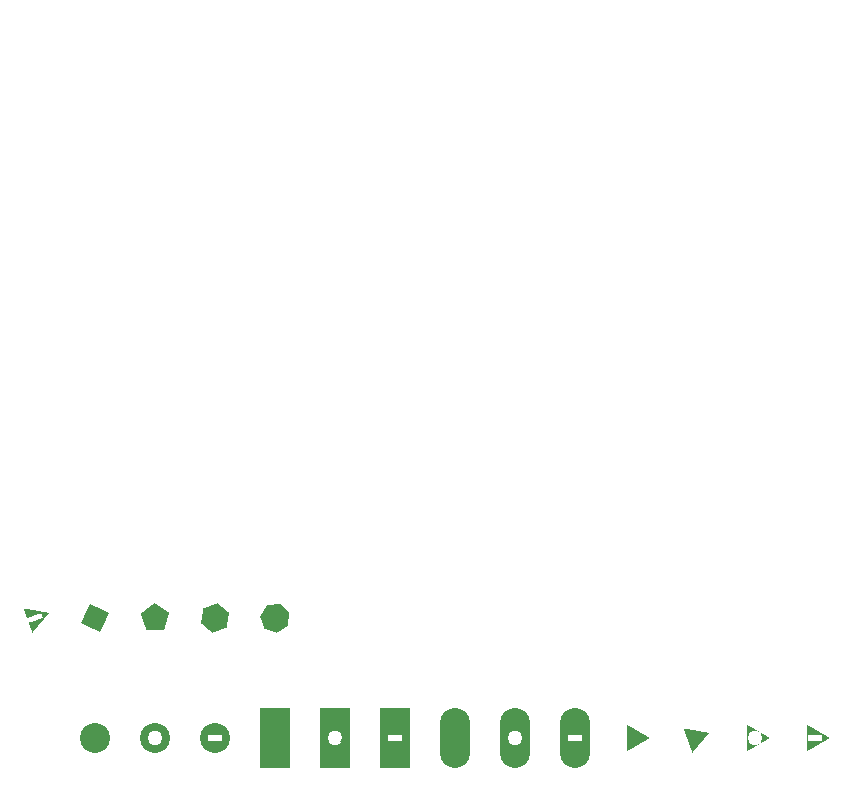
<source format=gtl>
G75*
G70*
%OFA0B0*%
%FSLAX24Y24*%
%IPPOS*%
%LPD*%
%ADD10C,0*%
%ADD11C,0.1*%
%ADD12C,0.1X0.05*%
%ADD13C,0.1X0.05X0.02*%
%ADD14R,0.1X0.2*%
%ADD15R,0.1X0.2X0.05*%
%ADD16R,0.1X0.2X0.05X0.02*%
%ADD17O,0.1X0.2*%
%ADD18O,0.1X0.2X0.05*%
%ADD19O,0.1X0.2X0.05X0.02*%
%ADD20P,0.1X3*%
%ADD21P,0.1X3X20*%
%ADD22P,0.1X3X0X0.05*%
%ADD23P,0.1X3X0X0.05X0.02*%
%ADD24P,0.1X3X20X0.05X0.02*%
%ADD25P,0.1X4X20*%
%ADD26P,0.1X5X20*%
%ADD27P,0.1X6X20*%
%ADD28P,0.1X7X20*%
%AMM29*0 a comment*ADD29M29*%
%AMM30*1,1,0.1,0,0*ADD30M30*%
%AMM31*1,1,0.1,0.02,0.05*ADD31M31*%
%AMM32*2,1,0.01,0,0,0.05,0.1,0*ADD32M32*%
%AMM33*2,1,0.01,0,0,0.05,0.1,90*ADD33M33*%
%AMM34*20,1,0.01,0,0,0.05,0.1,0*ADD34M34*%
%AMM35*20,1,0.01,0,0,0.05,0.1,20*ADD35M35*%
%AMM36*21,1,0.1,0.01,0,0,0*ADD36M36*%
%AMM37*21,1,0.1,0.01,0.02,0.05,0*ADD37M37*%
%AMM38*21,1,0.1,0.01,0,0,20*ADD38M38*%
%AMM39*21,1,0.1,0.01,0.02,0.05,20*ADD39M39*%
%AMM40*22,1,0.1,0.01,0,0,0*ADD40M40*%
%AMM41*22,1,0.1,0.01,0.02,0.05,0*ADD41M41*%
%AMM42*22,1,0.1,0.01,0,0,20*ADD42M42*%
%AMM43*22,1,0.1,0.01,0.02,0.05,20*ADD43M43*%
%AMM44*4,1,4,0.00,0.01,0.04,0.06,0.07,0.04,0.06,0.00,0.00,0.01,0*ADD44M44*%
%AMM45*4,1,4,0.00,0.01,0.04,0.06,0.07,0.04,0.06,0.00,0.00,0.01,90*ADD45M45*%
%AMM46*5,1,3,0,0,0.1,0*ADD46M46*%
%AMM47*5,1,3,0.02,0.05,0.1,0*ADD47M47*%
%AMM48*5,1,3,0,0,0.1,20*ADD48M48*%
%AMM49*5,1,4,0,0,0.1,0*ADD49M49*%
%AMM50*5,1,5,0,0,0.1,0*ADD50M50*%
%AMM51*5,1,6,0,0,0.1,0*ADD51M51*%
%AMM52*5,1,7,0,0,0.1,0*ADD52M52*%
%AMM53*6,0,0,0.1,0.005,0.005,1,0.01,0.12,0*ADD53M53*%
%AMM54*6,0,0,0.1,0.005,0.005,2,0.01,0.12,0*ADD54M54*%
%AMM55*6,0,0,0.1,0.005,0.005,3,0.01,0.12,0*ADD55M55*%
%AMM56*6,0.02,0.05,0.1,0.01,0.015,2,0.01,0.12,0*ADD56M56*%
%AMM57*6,0,0,0.1,0.01,0.015,2,0.004,0.12,20*ADD57M57*%
%AMM58*6,0,0,0.1,0.06,0.015,10,0.01,0.12,0*ADD58M58*%
%AMM59*6,0,0,0.1,0.01,0.06,10,0.01,0.12,0*ADD59M59*%
%AMM60*7,0,0,0.1,0.075,0.04,0*ADD60M60*%
%AMM61*7,0.02,0.05,0.1,0.075,0.04,0*ADD61M61*%
%AMM62*7,0,0,0.1,0.075,0.04,20*ADD62M62*%
%AMM63*1,1,0.2,0,0*1,0,0.1,0,0*ADD63M63*%
%AMM64*1,1,0.2,0,0*1,0,0.1,0.02,0.05*ADD64M64*%
%AMM65*1,1,0.2,0,0*2,0,0.01,0,0,0.05,0.1,0*ADD65M65*%
%AMM66*1,1,0.2,0,0*2,0,0.01,0,0,0.05,0.1,90*ADD66M66*%
%AMM67*1,1,0.2,0,0*20,0,0.01,0,0,0.05,0.1,0*ADD67M67*%
%AMM68*1,1,0.2,0,0*20,0,0.01,0,0,0.05,0.1,20*ADD68M68*%
%AMM69*1,1,0.2,0,0*21,0,0.1,0.01,0,0,0*ADD69M69*%
%AMM70*1,1,0.2,0,0*21,0,0.1,0.01,0.02,0.05,0*ADD70M70*%
%AMM71*1,1,0.2,0,0*21,0,0.1,0.01,0,0,20*ADD71M71*%
%AMM72*1,1,0.2,0,0*21,0,0.1,0.01,0.02,0.05,20*ADD72M72*%
%AMM73*1,1,0.2,0,0*22,0,0.1,0.01,0,0,0*ADD73M73*%
%AMM74*1,1,0.2,0,0*22,0,0.1,0.01,0.02,0.05,0*ADD74M74*%
%AMM75*1,1,0.2,0,0*22,0,0.1,0.01,0,0,20*ADD75M75*%
%AMM76*1,1,0.2,0,0*22,0,0.1,0.01,0.02,0.05,20*ADD76M76*%
%AMM77*1,1,0.2,0,0*4,0,4,0.00,0.01,0.04,0.06,0.07,0.04,0.06,0.00,0.00,0.01,0*ADD77M77*%
%AMM78*1,1,0.2,0,0*4,0,4,0.00,0.01,0.04,0.06,0.07,0.04,0.06,0.00,0.00,0.01,90*ADD78M78*%
%AMM79*1,1,0.2,0,0*5,0,3,0,0,0.1,0*ADD79M79*%
%AMM80*1,1,0.2,0,0*5,0,3,0.02,0.05,0.1,0*ADD80M80*%
%AMM81*1,1,0.2,0,0*5,0,3,0,0,0.1,20*ADD81M81*%
%AMM82*1,1,0.2,0,0*5,0,4,0,0,0.1,0*ADD82M82*%
%AMM83*1,1,0.2,0,0*5,0,5,0,0,0.1,0*ADD83M83*%
%AMM84*1,1,0.2,0,0*5,0,6,0,0,0.1,0*ADD84M84*%
%AMM85*1,1,0.2,0,0*5,0,7,0,0,0.1,0*ADD85M85*%
%AMOVERLAP*
0 a simple square*
21,1,0.15,0.15,0,0,0*
0 a moire on top shouldn't cut holes*
6,0,0,0.2,0.01,0.015,2,0.02,0.22,0*
ADD98OVERLAP*%
%AMCOMPLEX*
0 a complex macro:*
$OD=0.2*
$ID=$ODx0.75*
$ANGLE=20*
0 an offset circle*
1,1,0.2,0.3,0*
0 an offset moire*
6,0.15,0.15,$OD,0.01,0.015,2,0.02,0.22,0*
0 an offset thermal*
7,0.15,0-0.15,$OD,$ID,0.08,0*
0 a rotated thermal*
7,0,0,$OD,$ID,0.08,$ANGLE*
0 a rotated moire*
6,0,0,0.1,0.005,0.015,2,0.02,$ODx1.1,$ANGLE*
0 a polygon hole covering the other primitives*
5,0,8,0.15,0,$OD,0*
ADD99COMPLEX*%
D10*X02000Y02000D03*
D11*X04000Y02000D03*
D12*X06000Y02000D03*
D13*X08000Y02000D03*
D14*X10000Y02000D03*
D15*X12000Y02000D03*
D16*X14000Y02000D03*
D17*X16000Y02000D03*
D18*X18000Y02000D03*
D19*X20000Y02000D03*
D20*X22000Y02000D03*
D21*X24000Y02000D03*
D22*X26000Y02000D03*
D23*X28000Y02000D03*
D24*X02000Y06000D03*
D25*X04000Y06000D03*
D26*X06000Y06000D03*
D27*X08000Y06000D03*
D28*X10000Y06000D03*
D29*X12000Y06000D03*
D30*X14000Y06000D03*
D31*X16000Y06000D03*
D32*X18000Y06000D03*
D33*X20000Y06000D03*
D34*X22000Y06000D03*
D35*X24000Y06000D03*
D36*X26000Y06000D03*
D37*X28000Y06000D03*
D38*X02000Y10000D03*
D39*X04000Y10000D03*
D40*X06000Y10000D03*
D41*X08000Y10000D03*
D42*X10000Y10000D03*
D43*X12000Y10000D03*
D44*X14000Y10000D03*
D45*X16000Y10000D03*
D46*X18000Y10000D03*
D47*X20000Y10000D03*
D48*X22000Y10000D03*
D49*X24000Y10000D03*
D50*X26000Y10000D03*
D51*X28000Y10000D03*
D52*X02000Y14000D03*
D53*X04000Y14000D03*
D54*X06000Y14000D03*
D55*X08000Y14000D03*
D56*X10000Y14000D03*
D57*X12000Y14000D03*
D58*X14000Y14000D03*
D59*X16000Y14000D03*
D60*X18000Y14000D03*
D61*X20000Y14000D03*
D62*X22000Y14000D03*
D63*X24000Y14000D03*
D64*X26000Y14000D03*
D65*X28000Y14000D03*
D66*X02000Y18000D03*
D67*X04000Y18000D03*
D68*X06000Y18000D03*
D69*X08000Y18000D03*
D70*X10000Y18000D03*
D71*X12000Y18000D03*
D72*X14000Y18000D03*
D73*X16000Y18000D03*
D74*X18000Y18000D03*
D75*X20000Y18000D03*
D76*X22000Y18000D03*
D77*X24000Y18000D03*
D78*X26000Y18000D03*
D79*X28000Y18000D03*
D80*X02000Y22000D03*
D81*X04000Y22000D03*
D82*X06000Y22000D03*
D83*X08000Y22000D03*
D84*X10000Y22000D03*
D85*X12000Y22000D03*
D10*X14000Y22000D03*
D10*X16000Y22000D03*
D98*X18000Y22000D03*
D10*X20000Y22000D03*
D10*X22000Y22000D03*
D10*X24000Y22000D03*
D10*X26000Y22000D03*
D10*X28000Y22000D03*
D10*X02000Y26000D03*
D10*X04000Y26000D03*
D10*X06000Y26000D03*
D10*X08000Y26000D03*
D10*X10000Y26000D03*
D10*X12000Y26000D03*
D10*X14000Y26000D03*
D10*X16000Y26000D03*
D10*X18000Y26000D03*
D10*X20000Y26000D03*
D10*X22000Y26000D03*
D10*X24000Y26000D03*
M02*

</source>
